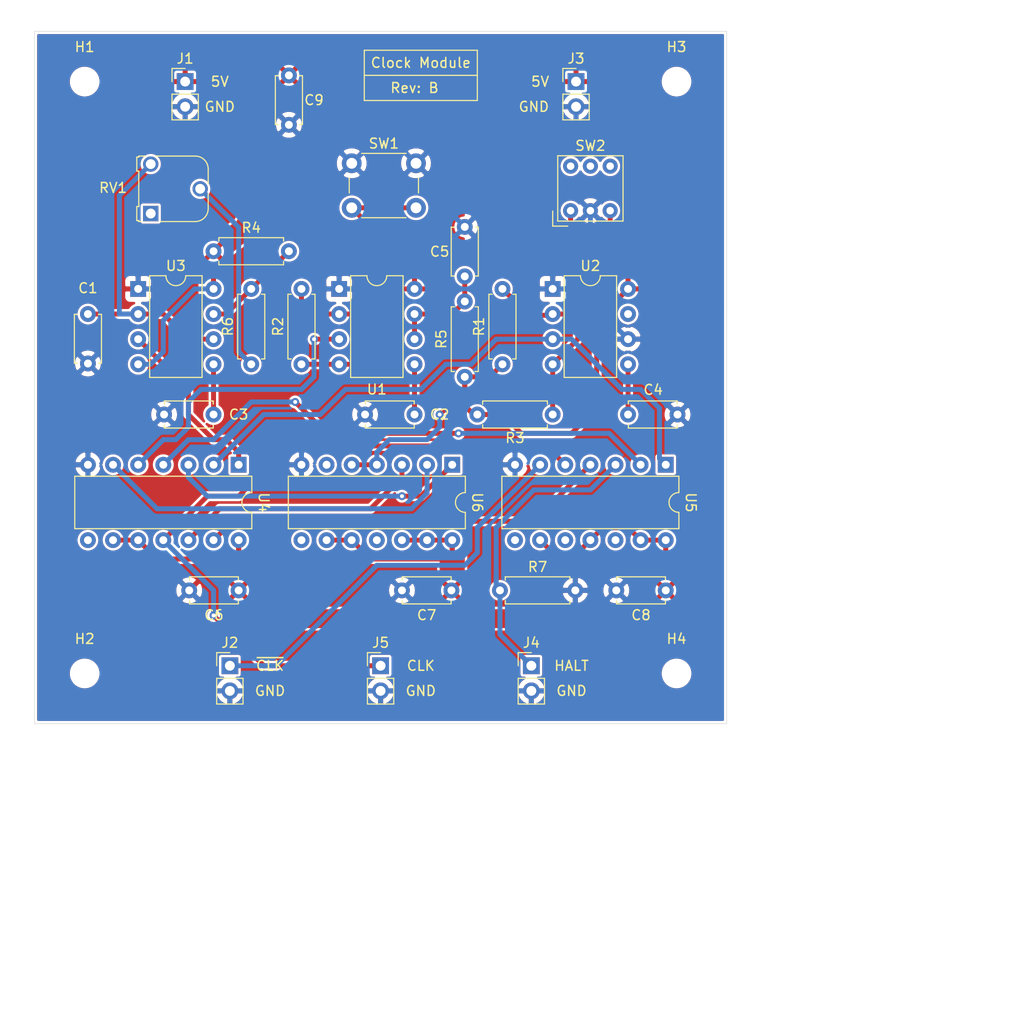
<source format=kicad_pcb>
(kicad_pcb (version 20171130) (host pcbnew 5.1.6)
  (layers (0 F.Cu signal) (31 B.Cu signal) (34 B.Paste user) (35 F.Paste user) (36 B.SilkS user) (37 F.SilkS user) (38 B.Mask user) (39 F.Mask user) (44 Edge.Cuts user))
  (net 0 "")
  (net 1 GND)
  (net 2 /TRIG_1)
  (net 3 /CONT_2)
  (net 4 /CONT_1)
  (net 5 "Net-(C4-Pad1)")
  (net 6 /THRES_2)
  (net 7 +5V)
  (net 8 /HALT)
  (net 9 /TRIG_3)
  (net 10 /TRIG_2)
  (net 11 /RESET_3)
  (net 12 /DISCH_1)
  (net 13 "Net-(R6-Pad1)")
  (net 14 "Net-(RV1-Pad1)")
  (net 15 "Net-(SW2-Pad6)")
  (net 16 "Net-(SW2-Pad5)")
  (net 17 "Net-(SW2-Pad4)")
  (net 18 /OUT_2)
  (net 19 "Net-(U2-Pad7)")
  (net 20 /OUT_3)
  (net 21 /OUT_1)
  (net 22 /~HALT)
  (net 23 /2_AND_~3)
  (net 24 /OR_OUT)
  (net 25 /CLK_OUT)
  (net 26 /~OUT_3)
  (net 27 /1_AND_3)
  (net 28 "Net-(U4-Pad8)")
  (net 29 /~CLK_OUT)
  (net 30 "Net-(U5-Pad12)")
  (net 31 "Net-(U5-Pad10)")
  (net 32 "Net-(U5-Pad8)")
  (net 33 "Net-(U6-Pad6)")
  (net 34 "Net-(U6-Pad11)")
  (net 35 "Net-(U6-Pad8)")
  (module Resistor_THT:R_Axial_DIN0207_L6.3mm_D2.5mm_P7.62mm_Horizontal (layer F.Cu) (at 121.92 73.66 90)
    (fp_text reference R6 (at 3.81 -2.37 90) (layer F.SilkS))
    (fp_text value 1kR)
    (pad 2 thru_hole oval (at 7.62 0 90) (size 1.6 1.6) (drill 0.8) (layers *.Cu *.Mask) (net 12 /DISCH_1))
    (pad 1 thru_hole circle (at 0 0 90) (size 1.6 1.6) (drill 0.8) (layers *.Cu *.Mask) (net 13 "Net-(R6-Pad1)"))
  )
  (module Resistor_THT:R_Axial_DIN0207_L6.3mm_D2.5mm_P7.62mm_Horizontal (layer F.Cu) (at 143.51 74.93 90)
    (fp_text reference R5 (at 3.81 -2.37 90) (layer F.SilkS))
    (fp_text value 1MR)
    (pad 2 thru_hole oval (at 7.62 0 90) (size 1.6 1.6) (drill 0.8) (layers *.Cu *.Mask) (net 6 /THRES_2))
    (pad 1 thru_hole circle (at 0 0 90) (size 1.6 1.6) (drill 0.8) (layers *.Cu *.Mask) (net 7 +5V))
  )
  (module Resistor_THT:R_Axial_DIN0207_L6.3mm_D2.5mm_P7.62mm_Horizontal (layer F.Cu) (at 118.11 62.23)
    (fp_text reference R4 (at 3.81 -2.37) (layer F.SilkS))
    (fp_text value 1kR)
    (pad 2 thru_hole oval (at 7.62 0) (size 1.6 1.6) (drill 0.8) (layers *.Cu *.Mask) (net 12 /DISCH_1))
    (pad 1 thru_hole circle (at 0 0) (size 1.6 1.6) (drill 0.8) (layers *.Cu *.Mask) (net 7 +5V))
  )
  (module Resistor_THT:R_Axial_DIN0207_L6.3mm_D2.5mm_P7.62mm_Horizontal (layer F.Cu) (at 152.4 78.74 180)
    (fp_text reference R3 (at 3.81 -2.37) (layer F.SilkS))
    (fp_text value 1kR)
    (pad 2 thru_hole oval (at 7.62 0 180) (size 1.6 1.6) (drill 0.8) (layers *.Cu *.Mask) (net 7 +5V))
    (pad 1 thru_hole circle (at 0 0 180) (size 1.6 1.6) (drill 0.8) (layers *.Cu *.Mask) (net 11 /RESET_3))
  )
  (module Resistor_THT:R_Axial_DIN0207_L6.3mm_D2.5mm_P7.62mm_Horizontal (layer F.Cu) (at 127 73.66 90)
    (fp_text reference R2 (at 3.81 -2.37 90) (layer F.SilkS))
    (fp_text value 1kR)
    (pad 2 thru_hole oval (at 7.62 0 90) (size 1.6 1.6) (drill 0.8) (layers *.Cu *.Mask) (net 10 /TRIG_2))
    (pad 1 thru_hole circle (at 0 0 90) (size 1.6 1.6) (drill 0.8) (layers *.Cu *.Mask) (net 7 +5V))
  )
  (module Resistor_THT:R_Axial_DIN0207_L6.3mm_D2.5mm_P7.62mm_Horizontal (layer F.Cu) (at 147.32 73.66 90)
    (fp_text reference R1 (at 3.81 -2.37 90) (layer F.SilkS))
    (fp_text value 1kR)
    (pad 2 thru_hole oval (at 7.62 0 90) (size 1.6 1.6) (drill 0.8) (layers *.Cu *.Mask) (net 9 /TRIG_3))
    (pad 1 thru_hole circle (at 0 0 90) (size 1.6 1.6) (drill 0.8) (layers *.Cu *.Mask) (net 7 +5V))
  )
  (module Resistor_THT:R_Axial_DIN0207_L6.3mm_D2.5mm_P7.62mm_Horizontal (layer F.Cu) (at 147.066 96.52)
    (fp_text reference R7 (at 3.81 -2.37) (layer F.SilkS))
    (fp_text value 1kR)
    (pad 2 thru_hole oval (at 7.62 0) (size 1.6 1.6) (drill 0.8) (layers *.Cu *.Mask) (net 1 GND))
    (pad 1 thru_hole circle (at 0 0) (size 1.6 1.6) (drill 0.8) (layers *.Cu *.Mask) (net 8 /HALT))
  )
  (module MountingHole:MountingHole_2.5mm (layer F.Cu) (at 164.92 104.92)
    (fp_text reference H4 (at 0 -3.5) (layer F.SilkS))
    (fp_text value MountingHole)
    (pad 1 np_thru_hole circle (at 0 0) (size 2.5 2.5) (drill 2.5) (layers *.Cu *.Mask))
  )
  (module MountingHole:MountingHole_2.5mm (layer F.Cu) (at 164.92 45.08)
    (fp_text reference H3 (at 0 -3.5) (layer F.SilkS))
    (fp_text value MountingHole)
    (pad 1 np_thru_hole circle (at 0 0) (size 2.5 2.5) (drill 2.5) (layers *.Cu *.Mask))
  )
  (module MountingHole:MountingHole_2.5mm (layer F.Cu) (at 105.08 104.92)
    (fp_text reference H2 (at 0 -3.5) (layer F.SilkS))
    (fp_text value MountingHole)
    (pad 1 np_thru_hole circle (at 0 0) (size 2.5 2.5) (drill 2.5) (layers *.Cu *.Mask))
  )
  (module MountingHole:MountingHole_2.5mm (layer F.Cu) (at 105.08 45.08)
    (fp_text reference H1 (at 0 -3.5) (layer F.SilkS))
    (fp_text value MountingHole)
    (pad 1 np_thru_hole circle (at 0 0) (size 2.5 2.5) (drill 2.5) (layers *.Cu *.Mask))
  )
  (module Package_DIP:DIP-14_W7.62mm (layer F.Cu) (at 142.24 83.82 270)
    (fp_text reference U6 (at 3.81 -2.54 270 unlocked) (layer F.SilkS))
    (fp_text value SN74HC32N)
    (pad 14 thru_hole oval (at 7.62 0 270) (size 1.6 1.6) (drill 0.8) (layers *.Cu *.Mask) (net 7 +5V))
    (pad 7 thru_hole oval (at 0 15.24 270) (size 1.6 1.6) (drill 0.8) (layers *.Cu *.Mask) (net 1 GND))
    (pad 13 thru_hole oval (at 7.62 2.54 270) (size 1.6 1.6) (drill 0.8) (layers *.Cu *.Mask) (net 7 +5V))
    (pad 6 thru_hole oval (at 0 12.7 270) (size 1.6 1.6) (drill 0.8) (layers *.Cu *.Mask) (net 33 "Net-(U6-Pad6)"))
    (pad 12 thru_hole oval (at 7.62 5.08 270) (size 1.6 1.6) (drill 0.8) (layers *.Cu *.Mask) (net 7 +5V))
    (pad 5 thru_hole oval (at 0 10.16 270) (size 1.6 1.6) (drill 0.8) (layers *.Cu *.Mask) (net 7 +5V))
    (pad 11 thru_hole oval (at 7.62 7.62 270) (size 1.6 1.6) (drill 0.8) (layers *.Cu *.Mask) (net 34 "Net-(U6-Pad11)"))
    (pad 4 thru_hole oval (at 0 7.62 270) (size 1.6 1.6) (drill 0.8) (layers *.Cu *.Mask) (net 7 +5V))
    (pad 10 thru_hole oval (at 7.62 10.16 270) (size 1.6 1.6) (drill 0.8) (layers *.Cu *.Mask) (net 7 +5V))
    (pad 3 thru_hole oval (at 0 5.08 270) (size 1.6 1.6) (drill 0.8) (layers *.Cu *.Mask) (net 24 /OR_OUT))
    (pad 9 thru_hole oval (at 7.62 12.7 270) (size 1.6 1.6) (drill 0.8) (layers *.Cu *.Mask) (net 7 +5V))
    (pad 2 thru_hole oval (at 0 2.54 270) (size 1.6 1.6) (drill 0.8) (layers *.Cu *.Mask) (net 23 /2_AND_~3))
    (pad 8 thru_hole oval (at 7.62 15.24 270) (size 1.6 1.6) (drill 0.8) (layers *.Cu *.Mask) (net 35 "Net-(U6-Pad8)"))
    (pad 1 thru_hole rect (at 0 0 270) (size 1.6 1.6) (drill 0.8) (layers *.Cu *.Mask) (net 27 /1_AND_3))
  )
  (module Package_DIP:DIP-14_W7.62mm (layer F.Cu) (at 163.83 83.82 270)
    (fp_text reference U5 (at 3.81 -2.54 270 unlocked) (layer F.SilkS))
    (fp_text value 74HC04N)
    (pad 14 thru_hole oval (at 7.62 0 270) (size 1.6 1.6) (drill 0.8) (layers *.Cu *.Mask) (net 7 +5V))
    (pad 7 thru_hole oval (at 0 15.24 270) (size 1.6 1.6) (drill 0.8) (layers *.Cu *.Mask) (net 1 GND))
    (pad 13 thru_hole oval (at 7.62 2.54 270) (size 1.6 1.6) (drill 0.8) (layers *.Cu *.Mask) (net 7 +5V))
    (pad 6 thru_hole oval (at 0 12.7 270) (size 1.6 1.6) (drill 0.8) (layers *.Cu *.Mask) (net 29 /~CLK_OUT))
    (pad 12 thru_hole oval (at 7.62 5.08 270) (size 1.6 1.6) (drill 0.8) (layers *.Cu *.Mask) (net 30 "Net-(U5-Pad12)"))
    (pad 5 thru_hole oval (at 0 10.16 270) (size 1.6 1.6) (drill 0.8) (layers *.Cu *.Mask) (net 25 /CLK_OUT))
    (pad 11 thru_hole oval (at 7.62 7.62 270) (size 1.6 1.6) (drill 0.8) (layers *.Cu *.Mask) (net 7 +5V))
    (pad 4 thru_hole oval (at 0 7.62 270) (size 1.6 1.6) (drill 0.8) (layers *.Cu *.Mask) (net 22 /~HALT))
    (pad 10 thru_hole oval (at 7.62 10.16 270) (size 1.6 1.6) (drill 0.8) (layers *.Cu *.Mask) (net 31 "Net-(U5-Pad10)"))
    (pad 3 thru_hole oval (at 0 5.08 270) (size 1.6 1.6) (drill 0.8) (layers *.Cu *.Mask) (net 8 /HALT))
    (pad 9 thru_hole oval (at 7.62 12.7 270) (size 1.6 1.6) (drill 0.8) (layers *.Cu *.Mask) (net 7 +5V))
    (pad 2 thru_hole oval (at 0 2.54 270) (size 1.6 1.6) (drill 0.8) (layers *.Cu *.Mask) (net 26 /~OUT_3))
    (pad 8 thru_hole oval (at 7.62 15.24 270) (size 1.6 1.6) (drill 0.8) (layers *.Cu *.Mask) (net 32 "Net-(U5-Pad8)"))
    (pad 1 thru_hole rect (at 0 0 270) (size 1.6 1.6) (drill 0.8) (layers *.Cu *.Mask) (net 20 /OUT_3))
  )
  (module Package_DIP:DIP-14_W7.62mm (layer F.Cu) (at 120.65 83.82 270)
    (fp_text reference U4 (at 3.81 -2.54 270 unlocked) (layer F.SilkS))
    (fp_text value SN74HC08N)
    (pad 14 thru_hole oval (at 7.62 0 270) (size 1.6 1.6) (drill 0.8) (layers *.Cu *.Mask) (net 7 +5V))
    (pad 7 thru_hole oval (at 0 15.24 270) (size 1.6 1.6) (drill 0.8) (layers *.Cu *.Mask) (net 1 GND))
    (pad 13 thru_hole oval (at 7.62 2.54 270) (size 1.6 1.6) (drill 0.8) (layers *.Cu *.Mask) (net 22 /~HALT))
    (pad 6 thru_hole oval (at 0 12.7 270) (size 1.6 1.6) (drill 0.8) (layers *.Cu *.Mask) (net 23 /2_AND_~3))
    (pad 12 thru_hole oval (at 7.62 5.08 270) (size 1.6 1.6) (drill 0.8) (layers *.Cu *.Mask) (net 24 /OR_OUT))
    (pad 5 thru_hole oval (at 0 10.16 270) (size 1.6 1.6) (drill 0.8) (layers *.Cu *.Mask) (net 18 /OUT_2))
    (pad 11 thru_hole oval (at 7.62 7.62 270) (size 1.6 1.6) (drill 0.8) (layers *.Cu *.Mask) (net 25 /CLK_OUT))
    (pad 4 thru_hole oval (at 0 7.62 270) (size 1.6 1.6) (drill 0.8) (layers *.Cu *.Mask) (net 26 /~OUT_3))
    (pad 10 thru_hole oval (at 7.62 10.16 270) (size 1.6 1.6) (drill 0.8) (layers *.Cu *.Mask) (net 7 +5V))
    (pad 3 thru_hole oval (at 0 5.08 270) (size 1.6 1.6) (drill 0.8) (layers *.Cu *.Mask) (net 27 /1_AND_3))
    (pad 9 thru_hole oval (at 7.62 12.7 270) (size 1.6 1.6) (drill 0.8) (layers *.Cu *.Mask) (net 7 +5V))
    (pad 2 thru_hole oval (at 0 2.54 270) (size 1.6 1.6) (drill 0.8) (layers *.Cu *.Mask) (net 20 /OUT_3))
    (pad 8 thru_hole oval (at 7.62 15.24 270) (size 1.6 1.6) (drill 0.8) (layers *.Cu *.Mask) (net 28 "Net-(U4-Pad8)"))
    (pad 1 thru_hole rect (at 0 0 270) (size 1.6 1.6) (drill 0.8) (layers *.Cu *.Mask) (net 21 /OUT_1))
  )
  (module Package_DIP:DIP-8_W7.62mm (layer F.Cu) (at 110.49 66.04)
    (fp_text reference U3 (at 3.81 -2.33) (layer F.SilkS))
    (fp_text value NE555)
    (pad 8 thru_hole oval (at 7.62 0) (size 1.6 1.6) (drill 0.8) (layers *.Cu *.Mask) (net 7 +5V))
    (pad 4 thru_hole oval (at 0 7.62) (size 1.6 1.6) (drill 0.8) (layers *.Cu *.Mask) (net 7 +5V))
    (pad 7 thru_hole oval (at 7.62 2.54) (size 1.6 1.6) (drill 0.8) (layers *.Cu *.Mask) (net 12 /DISCH_1))
    (pad 3 thru_hole oval (at 0 5.08) (size 1.6 1.6) (drill 0.8) (layers *.Cu *.Mask) (net 21 /OUT_1))
    (pad 6 thru_hole oval (at 7.62 5.08) (size 1.6 1.6) (drill 0.8) (layers *.Cu *.Mask) (net 2 /TRIG_1))
    (pad 2 thru_hole oval (at 0 2.54) (size 1.6 1.6) (drill 0.8) (layers *.Cu *.Mask) (net 2 /TRIG_1))
    (pad 5 thru_hole oval (at 7.62 7.62) (size 1.6 1.6) (drill 0.8) (layers *.Cu *.Mask) (net 4 /CONT_1))
    (pad 1 thru_hole rect (at 0 0) (size 1.6 1.6) (drill 0.8) (layers *.Cu *.Mask) (net 1 GND))
  )
  (module Package_DIP:DIP-8_W7.62mm (layer F.Cu) (at 152.4 66.04)
    (fp_text reference U2 (at 3.81 -2.33) (layer F.SilkS))
    (fp_text value NE555)
    (pad 8 thru_hole oval (at 7.62 0) (size 1.6 1.6) (drill 0.8) (layers *.Cu *.Mask) (net 7 +5V))
    (pad 4 thru_hole oval (at 0 7.62) (size 1.6 1.6) (drill 0.8) (layers *.Cu *.Mask) (net 11 /RESET_3))
    (pad 7 thru_hole oval (at 7.62 2.54) (size 1.6 1.6) (drill 0.8) (layers *.Cu *.Mask) (net 19 "Net-(U2-Pad7)"))
    (pad 3 thru_hole oval (at 0 5.08) (size 1.6 1.6) (drill 0.8) (layers *.Cu *.Mask) (net 20 /OUT_3))
    (pad 6 thru_hole oval (at 7.62 5.08) (size 1.6 1.6) (drill 0.8) (layers *.Cu *.Mask) (net 1 GND))
    (pad 2 thru_hole oval (at 0 2.54) (size 1.6 1.6) (drill 0.8) (layers *.Cu *.Mask) (net 9 /TRIG_3))
    (pad 5 thru_hole oval (at 7.62 7.62) (size 1.6 1.6) (drill 0.8) (layers *.Cu *.Mask) (net 5 "Net-(C4-Pad1)"))
    (pad 1 thru_hole rect (at 0 0) (size 1.6 1.6) (drill 0.8) (layers *.Cu *.Mask) (net 1 GND))
  )
  (module Package_DIP:DIP-8_W7.62mm (layer F.Cu) (at 130.81 66.04)
    (fp_text reference U1 (at 3.81 10.16) (layer F.SilkS))
    (fp_text value NE555)
    (pad 8 thru_hole oval (at 7.62 0) (size 1.6 1.6) (drill 0.8) (layers *.Cu *.Mask) (net 7 +5V))
    (pad 4 thru_hole oval (at 0 7.62) (size 1.6 1.6) (drill 0.8) (layers *.Cu *.Mask) (net 7 +5V))
    (pad 7 thru_hole oval (at 7.62 2.54) (size 1.6 1.6) (drill 0.8) (layers *.Cu *.Mask) (net 6 /THRES_2))
    (pad 3 thru_hole oval (at 0 5.08) (size 1.6 1.6) (drill 0.8) (layers *.Cu *.Mask) (net 18 /OUT_2))
    (pad 6 thru_hole oval (at 7.62 5.08) (size 1.6 1.6) (drill 0.8) (layers *.Cu *.Mask) (net 6 /THRES_2))
    (pad 2 thru_hole oval (at 0 2.54) (size 1.6 1.6) (drill 0.8) (layers *.Cu *.Mask) (net 10 /TRIG_2))
    (pad 5 thru_hole oval (at 7.62 7.62) (size 1.6 1.6) (drill 0.8) (layers *.Cu *.Mask) (net 3 /CONT_2))
    (pad 1 thru_hole rect (at 0 0) (size 1.6 1.6) (drill 0.8) (layers *.Cu *.Mask) (net 1 GND))
  )
  (module chinesium:DPDT-Latching-PB12E06371 (layer F.Cu) (at 156.21 55.88)
    (fp_text reference SW2 (at 0 -4.318) (layer F.SilkS))
    (fp_text value SW_Push_DPDT)
    (pad 6 thru_hole circle (at 2 -2.25) (size 1.524 1.524) (drill 0.762) (layers *.Cu *.Mask) (net 15 "Net-(SW2-Pad6)"))
    (pad 5 thru_hole circle (at 0 -2.25) (size 1.524 1.524) (drill 0.762) (layers *.Cu *.Mask) (net 16 "Net-(SW2-Pad5)"))
    (pad 4 thru_hole circle (at -2 -2.25) (size 1.524 1.524) (drill 0.762) (layers *.Cu *.Mask) (net 17 "Net-(SW2-Pad4)"))
    (pad 3 thru_hole circle (at 2 2.25) (size 1.524 1.524) (drill 0.762) (layers *.Cu *.Mask) (net 11 /RESET_3))
    (pad 2 thru_hole circle (at 0 2.25) (size 1.524 1.524) (drill 0.762) (layers *.Cu *.Mask) (net 1 GND))
    (pad 1 thru_hole circle (at -2 2.25) (size 1.524 1.524) (drill 0.762) (layers *.Cu *.Mask) (net 9 /TRIG_3))
  )
  (module Button_Switch_THT:SW_PUSH_6mm_H5mm (layer F.Cu) (at 132.08 53.34)
    (fp_text reference SW1 (at 3.25 -2) (layer F.SilkS))
    (fp_text value SW_Push)
    (pad 1 thru_hole circle (at 6.5 0 90) (size 2 2) (drill 1.1) (layers *.Cu *.Mask) (net 1 GND))
    (pad 2 thru_hole circle (at 6.5 4.5 90) (size 2 2) (drill 1.1) (layers *.Cu *.Mask) (net 10 /TRIG_2))
    (pad 1 thru_hole circle (at 0 0 90) (size 2 2) (drill 1.1) (layers *.Cu *.Mask) (net 1 GND))
    (pad 2 thru_hole circle (at 0 4.5 90) (size 2 2) (drill 1.1) (layers *.Cu *.Mask) (net 10 /TRIG_2))
  )
  (module Potentiometer_THT:Potentiometer_Runtron_RM-065_Vertical (layer F.Cu) (at 111.76 58.42 90)
    (fp_text reference RV1 (at 2.6 -3.81 180) (layer F.SilkS))
    (fp_text value 1M_POT)
    (pad 2 thru_hole circle (at 2.5 5 90) (size 1.55 1.55) (drill 1) (layers *.Cu *.Mask) (net 13 "Net-(R6-Pad1)"))
    (pad 1 thru_hole rect (at 0 0 90) (size 1.55 1.55) (drill 1) (layers *.Cu *.Mask) (net 14 "Net-(RV1-Pad1)"))
    (pad 3 thru_hole circle (at 5 0 90) (size 1.55 1.55) (drill 1) (layers *.Cu *.Mask) (net 2 /TRIG_1))
  )
  (module Connector_PinHeader_2.54mm:PinHeader_1x02_P2.54mm_Vertical (layer F.Cu) (at 135 104.14)
    (fp_text reference J5 (at 0 -2.33) (layer F.SilkS))
    (fp_text value Conn_01x02)
    (pad 2 thru_hole oval (at 0 2.54) (size 1.7 1.7) (drill 1) (layers *.Cu *.Mask) (net 1 GND))
    (pad 1 thru_hole rect (at 0 0) (size 1.7 1.7) (drill 1) (layers *.Cu *.Mask) (net 25 /CLK_OUT))
  )
  (module Connector_PinHeader_2.54mm:PinHeader_1x02_P2.54mm_Vertical (layer F.Cu) (at 150.24 104.14)
    (fp_text reference J4 (at 0 -2.33) (layer F.SilkS))
    (fp_text value Conn_01x02)
    (pad 2 thru_hole oval (at 0 2.54) (size 1.7 1.7) (drill 1) (layers *.Cu *.Mask) (net 1 GND))
    (pad 1 thru_hole rect (at 0 0) (size 1.7 1.7) (drill 1) (layers *.Cu *.Mask) (net 8 /HALT))
  )
  (module Connector_PinHeader_2.54mm:PinHeader_1x02_P2.54mm_Vertical (layer F.Cu) (at 154.76 45.08)
    (fp_text reference J3 (at 0 -2.33) (layer F.SilkS))
    (fp_text value Conn_01x02)
    (pad 2 thru_hole oval (at 0 2.54) (size 1.7 1.7) (drill 1) (layers *.Cu *.Mask) (net 1 GND))
    (pad 1 thru_hole rect (at 0 0) (size 1.7 1.7) (drill 1) (layers *.Cu *.Mask) (net 7 +5V))
  )
  (module Connector_PinHeader_2.54mm:PinHeader_1x02_P2.54mm_Vertical (layer F.Cu) (at 119.76 104.14)
    (fp_text reference J2 (at 0 -2.33) (layer F.SilkS))
    (fp_text value Conn_01x02)
    (pad 2 thru_hole oval (at 0 2.54) (size 1.7 1.7) (drill 1) (layers *.Cu *.Mask) (net 1 GND))
    (pad 1 thru_hole rect (at 0 0) (size 1.7 1.7) (drill 1) (layers *.Cu *.Mask) (net 29 /~CLK_OUT))
  )
  (module Connector_PinHeader_2.54mm:PinHeader_1x02_P2.54mm_Vertical (layer F.Cu) (at 115.24 45.08)
    (fp_text reference J1 (at 0 -2.33) (layer F.SilkS))
    (fp_text value Conn_01x02)
    (pad 2 thru_hole oval (at 0 2.54) (size 1.7 1.7) (drill 1) (layers *.Cu *.Mask) (net 1 GND))
    (pad 1 thru_hole rect (at 0 0) (size 1.7 1.7) (drill 1) (layers *.Cu *.Mask) (net 7 +5V))
  )
  (module Capacitor_THT:C_Disc_D4.7mm_W2.5mm_P5.00mm (layer F.Cu) (at 125.73 44.45 270)
    (fp_text reference C9 (at 2.5 -2.54 180) (layer F.SilkS))
    (fp_text value 1uF)
    (pad 2 thru_hole circle (at 5 0 270) (size 1.6 1.6) (drill 0.8) (layers *.Cu *.Mask) (net 1 GND))
    (pad 1 thru_hole circle (at 0 0 270) (size 1.6 1.6) (drill 0.8) (layers *.Cu *.Mask) (net 7 +5V))
  )
  (module Capacitor_THT:C_Disc_D4.7mm_W2.5mm_P5.00mm (layer F.Cu) (at 163.83 96.52 180)
    (fp_text reference C8 (at 2.5 -2.5) (layer F.SilkS))
    (fp_text value 0.1uF)
    (pad 2 thru_hole circle (at 5 0 180) (size 1.6 1.6) (drill 0.8) (layers *.Cu *.Mask) (net 1 GND))
    (pad 1 thru_hole circle (at 0 0 180) (size 1.6 1.6) (drill 0.8) (layers *.Cu *.Mask) (net 7 +5V))
  )
  (module Capacitor_THT:C_Disc_D4.7mm_W2.5mm_P5.00mm (layer F.Cu) (at 142.16 96.52 180)
    (fp_text reference C7 (at 2.5 -2.5) (layer F.SilkS))
    (fp_text value 0.1uF)
    (pad 2 thru_hole circle (at 5 0 180) (size 1.6 1.6) (drill 0.8) (layers *.Cu *.Mask) (net 1 GND))
    (pad 1 thru_hole circle (at 0 0 180) (size 1.6 1.6) (drill 0.8) (layers *.Cu *.Mask) (net 7 +5V))
  )
  (module Capacitor_THT:C_Disc_D4.7mm_W2.5mm_P5.00mm (layer F.Cu) (at 120.65 96.52 180)
    (fp_text reference C6 (at 2.5 -2.5) (layer F.SilkS))
    (fp_text value 0.1uF)
    (pad 2 thru_hole circle (at 5 0 180) (size 1.6 1.6) (drill 0.8) (layers *.Cu *.Mask) (net 1 GND))
    (pad 1 thru_hole circle (at 0 0 180) (size 1.6 1.6) (drill 0.8) (layers *.Cu *.Mask) (net 7 +5V))
  )
  (module Capacitor_THT:C_Disc_D4.7mm_W2.5mm_P5.00mm (layer F.Cu) (at 143.51 64.77 90)
    (fp_text reference C5 (at 2.5 -2.54 180) (layer F.SilkS))
    (fp_text value 0.1uF)
    (pad 2 thru_hole circle (at 5 0 90) (size 1.6 1.6) (drill 0.8) (layers *.Cu *.Mask) (net 1 GND))
    (pad 1 thru_hole circle (at 0 0 90) (size 1.6 1.6) (drill 0.8) (layers *.Cu *.Mask) (net 6 /THRES_2))
  )
  (module Capacitor_THT:C_Disc_D4.7mm_W2.5mm_P5.00mm (layer F.Cu) (at 160.02 78.74)
    (fp_text reference C4 (at 2.54 -2.5) (layer F.SilkS))
    (fp_text value 10nF)
    (pad 2 thru_hole circle (at 5 0) (size 1.6 1.6) (drill 0.8) (layers *.Cu *.Mask) (net 1 GND))
    (pad 1 thru_hole circle (at 0 0) (size 1.6 1.6) (drill 0.8) (layers *.Cu *.Mask) (net 5 "Net-(C4-Pad1)"))
  )
  (module Capacitor_THT:C_Disc_D4.7mm_W2.5mm_P5.00mm (layer F.Cu) (at 118.11 78.74 180)
    (fp_text reference C3 (at -2.54 0) (layer F.SilkS))
    (fp_text value 10nF)
    (pad 2 thru_hole circle (at 5 0 180) (size 1.6 1.6) (drill 0.8) (layers *.Cu *.Mask) (net 1 GND))
    (pad 1 thru_hole circle (at 0 0 180) (size 1.6 1.6) (drill 0.8) (layers *.Cu *.Mask) (net 4 /CONT_1))
  )
  (module Capacitor_THT:C_Disc_D4.7mm_W2.5mm_P5.00mm (layer F.Cu) (at 138.43 78.74 180)
    (fp_text reference C2 (at -2.54 0 180) (layer F.SilkS))
    (fp_text value 10nF)
    (pad 2 thru_hole circle (at 5 0 180) (size 1.6 1.6) (drill 0.8) (layers *.Cu *.Mask) (net 1 GND))
    (pad 1 thru_hole circle (at 0 0 180) (size 1.6 1.6) (drill 0.8) (layers *.Cu *.Mask) (net 3 /CONT_2))
  )
  (module Capacitor_THT:C_Disc_D4.7mm_W2.5mm_P5.00mm (layer F.Cu) (at 105.41 68.58 270)
    (fp_text reference C1 (at -2.62 0 180) (layer F.SilkS))
    (fp_text value 1uF)
    (pad 2 thru_hole circle (at 5 0 270) (size 1.6 1.6) (drill 0.8) (layers *.Cu *.Mask) (net 1 GND))
    (pad 1 thru_hole circle (at 0 0 270) (size 1.6 1.6) (drill 0.8) (layers *.Cu *.Mask) (net 2 /TRIG_1))
  )
  (gr_line (start 133.35 44.45) (end 144.78 44.45) (layer F.SilkS) (width 0.12))
  (gr_line (start 144.78 41.91) (end 133.35 41.91) (layer F.SilkS) (width 0.12))
  (gr_line (start 144.78 46.99) (end 144.78 41.91) (layer F.SilkS) (width 0.12))
  (gr_line (start 133.35 46.99) (end 144.78 46.99) (layer F.SilkS) (width 0.12))
  (gr_line (start 133.35 41.91) (end 133.35 46.99) (layer F.SilkS) (width 0.12))
  (gr_text "Rev: B" (at 138.43 45.72) (layer F.SilkS) (effects (font (size 1 1))))
  (gr_text "Clock Module" (at 139.065 43.18) (layer F.SilkS) (effects (font (size 1 1))))
  (gr_text GND (at 154.305 106.68) (layer F.SilkS) (effects (font (size 1 1))))
  (gr_text HALT (at 154.305 104.14) (layer F.SilkS) (effects (font (size 1 1))))
  (gr_text GND (at 139.065 106.68) (layer F.SilkS) (effects (font (size 1 1))))
  (gr_text CLK (at 139.065 104.14) (layer F.SilkS) (effects (font (size 1 1))))
  (gr_text GND (at 123.825 106.68) (layer F.SilkS) (effects (font (size 1 1))))
  (gr_text ~CLK (at 123.825 104.14) (layer F.SilkS) (effects (font (size 1 1))))
  (gr_text GND (at 150.495 47.625) (layer F.SilkS) (effects (font (size 1 1))))
  (gr_text 5V (at 151.13 45.085) (layer F.SilkS) (effects (font (size 1 1))))
  (gr_text GND (at 118.745 47.625) (layer F.SilkS) (effects (font (size 1 1))))
  (gr_text 5V (at 118.745 45.085) (layer F.SilkS) (effects (font (size 1 1))))
  (gr_line (start 170 110) (end 170 40) (layer Edge.Cuts) (width 0.05))
  (gr_line (start 100 110) (end 170 110) (layer Edge.Cuts) (width 0.05))
  (gr_line (start 100 40) (end 170 40) (layer Edge.Cuts) (width 0.05))
  (gr_line (start 100 40) (end 100 110) (layer Edge.Cuts) (width 0.05))
  (segment (start 156.21 67.31) (end 160.02 71.12) (width 0.5) (layer B.Cu) (net 1))
  (segment (start 156.21 58.13) (end 156.21 67.31) (width 0.5) (layer B.Cu) (net 1))
  (segment (start 110.49 68.58) (end 105.41 68.58) (width 0.5) (layer F.Cu) (net 2))
  (segment (start 110.49 68.58) (end 113.03 68.58) (width 0.5) (layer F.Cu) (net 2))
  (segment (start 115.57 71.12) (end 118.11 71.12) (width 0.5) (layer F.Cu) (net 2))
  (segment (start 113.03 68.58) (end 115.57 71.12) (width 0.5) (layer F.Cu) (net 2))
  (segment (start 108.585 56.595) (end 111.76 53.42) (width 0.5) (layer B.Cu) (net 2))
  (segment (start 108.585 68.58) (end 108.585 56.595) (width 0.5) (layer B.Cu) (net 2))
  (segment (start 110.49 68.58) (end 108.585 68.58) (width 0.5) (layer B.Cu) (net 2))
  (segment (start 138.43 78.74) (end 138.43 73.66) (width 0.5) (layer F.Cu) (net 3))
  (segment (start 118.11 73.66) (end 118.11 78.74) (width 0.5) (layer F.Cu) (net 4))
  (segment (start 160.02 73.66) (end 160.02 78.74) (width 0.5) (layer F.Cu) (net 5))
  (segment (start 138.43 68.58) (end 138.43 71.12) (width 0.5) (layer F.Cu) (net 6))
  (segment (start 143.51 64.77) (end 143.51 67.31) (width 0.5) (layer F.Cu) (net 6))
  (segment (start 143.51 67.31) (end 142.24 68.58) (width 0.5) (layer F.Cu) (net 6))
  (segment (start 142.24 68.58) (end 138.43 68.58) (width 0.5) (layer F.Cu) (net 6))
  (segment (start 130.81 73.66) (end 133.35 73.66) (width 0.5) (layer F.Cu) (net 7))
  (segment (start 133.35 73.66) (end 134.62 72.39) (width 0.5) (layer F.Cu) (net 7))
  (segment (start 134.62 72.39) (end 134.62 67.945) (width 0.5) (layer F.Cu) (net 7))
  (segment (start 136.525 66.04) (end 138.43 66.04) (width 0.5) (layer F.Cu) (net 7))
  (segment (start 134.62 67.945) (end 136.525 66.04) (width 0.5) (layer F.Cu) (net 7))
  (segment (start 110.49 73.66) (end 111.76 73.66) (width 0.5) (layer B.Cu) (net 7))
  (segment (start 111.76 73.66) (end 113.03 72.39) (width 0.5) (layer B.Cu) (net 7))
  (segment (start 113.03 72.39) (end 113.03 69.215) (width 0.5) (layer B.Cu) (net 7))
  (segment (start 116.205 66.04) (end 118.11 66.04) (width 0.5) (layer B.Cu) (net 7))
  (segment (start 113.03 69.215) (end 116.205 66.04) (width 0.5) (layer B.Cu) (net 7))
  (segment (start 142.24 91.44) (end 139.7 91.44) (width 0.5) (layer F.Cu) (net 7))
  (segment (start 139.7 91.44) (end 137.16 91.44) (width 0.5) (layer F.Cu) (net 7))
  (segment (start 129.54 91.44) (end 132.08 91.44) (width 0.5) (layer F.Cu) (net 7))
  (segment (start 107.95 91.44) (end 110.49 91.44) (width 0.5) (layer F.Cu) (net 7))
  (segment (start 110.49 91.44) (end 112.395 93.345) (width 0.5) (layer F.Cu) (net 7))
  (segment (start 112.395 93.345) (end 120.015 93.345) (width 0.5) (layer F.Cu) (net 7))
  (segment (start 120.015 93.345) (end 120.65 92.71) (width 0.5) (layer F.Cu) (net 7))
  (segment (start 120.65 92.71) (end 120.65 91.44) (width 0.5) (layer F.Cu) (net 7))
  (segment (start 132.08 91.44) (end 133.985 93.345) (width 0.5) (layer F.Cu) (net 7))
  (segment (start 133.985 93.345) (end 141.605 93.345) (width 0.5) (layer F.Cu) (net 7))
  (segment (start 142.24 92.71) (end 142.24 91.44) (width 0.5) (layer F.Cu) (net 7))
  (segment (start 141.605 93.345) (end 142.24 92.71) (width 0.5) (layer F.Cu) (net 7))
  (segment (start 132.08 83.82) (end 134.62 83.82) (width 0.5) (layer F.Cu) (net 7))
  (segment (start 156.845 69.215) (end 160.02 66.04) (width 0.5) (layer F.Cu) (net 7))
  (segment (start 154.305 80.645) (end 156.845 78.105) (width 0.5) (layer F.Cu) (net 7))
  (segment (start 156.845 78.105) (end 156.845 69.215) (width 0.5) (layer F.Cu) (net 7))
  (segment (start 149.225 80.645) (end 154.305 80.645) (width 0.5) (layer F.Cu) (net 7))
  (segment (start 147.32 78.74) (end 149.225 80.645) (width 0.5) (layer F.Cu) (net 7))
  (segment (start 151.13 91.44) (end 153.035 93.345) (width 0.5) (layer F.Cu) (net 7))
  (segment (start 154.305 93.345) (end 156.21 91.44) (width 0.5) (layer F.Cu) (net 7))
  (segment (start 153.035 93.345) (end 154.305 93.345) (width 0.5) (layer F.Cu) (net 7))
  (segment (start 161.29 91.44) (end 163.83 91.44) (width 0.5) (layer F.Cu) (net 7))
  (segment (start 160.039999 90.189999) (end 161.29 91.44) (width 0.5) (layer F.Cu) (net 7))
  (segment (start 157.460001 90.189999) (end 160.039999 90.189999) (width 0.5) (layer F.Cu) (net 7))
  (segment (start 156.21 91.44) (end 157.460001 90.189999) (width 0.5) (layer F.Cu) (net 7))
  (segment (start 147.32 78.74) (end 144.78 78.74) (width 0.5) (layer F.Cu) (net 7))
  (segment (start 144.399 78.74) (end 144.78 78.74) (width 0.5) (layer F.Cu) (net 7))
  (segment (start 143.51 77.851) (end 144.399 78.74) (width 0.5) (layer F.Cu) (net 7))
  (segment (start 143.51 74.93) (end 143.51 77.851) (width 0.5) (layer F.Cu) (net 7))
  (segment (start 146.05 74.93) (end 147.32 73.66) (width 0.5) (layer F.Cu) (net 7))
  (segment (start 143.51 74.93) (end 146.05 74.93) (width 0.5) (layer F.Cu) (net 7))
  (segment (start 130.81 73.66) (end 127 73.66) (width 0.5) (layer F.Cu) (net 7))
  (via (at 140.97 78.74) (size 0.8) (drill 0.4) (layers F.Cu B.Cu) (net 7))
  (segment (start 143.51 76.2) (end 140.97 78.74) (width 0.5) (layer F.Cu) (net 7))
  (segment (start 143.51 74.93) (end 143.51 76.2) (width 0.5) (layer F.Cu) (net 7))
  (segment (start 140.97 78.74) (end 140.97 80.01) (width 0.5) (layer B.Cu) (net 7))
  (segment (start 140.97 80.01) (end 139.7 81.28) (width 0.5) (layer B.Cu) (net 7))
  (segment (start 139.7 81.28) (end 135.89 81.28) (width 0.5) (layer B.Cu) (net 7))
  (segment (start 135.89 81.28) (end 134.62 82.55) (width 0.5) (layer B.Cu) (net 7))
  (segment (start 134.62 82.55) (end 134.62 83.82) (width 0.5) (layer B.Cu) (net 7))
  (segment (start 150.495 86.36) (end 156.21 86.36) (width 0.5) (layer B.Cu) (net 8))
  (segment (start 156.21 86.36) (end 158.75 83.82) (width 0.5) (layer B.Cu) (net 8))
  (segment (start 146.685 90.17) (end 150.495 86.36) (width 0.5) (layer B.Cu) (net 8))
  (segment (start 146.685 96.139) (end 147.066 96.52) (width 0.5) (layer B.Cu) (net 8))
  (segment (start 146.685 94.996) (end 146.685 96.139) (width 0.5) (layer B.Cu) (net 8))
  (segment (start 146.685 95.885) (end 146.685 94.996) (width 0.5) (layer B.Cu) (net 8))
  (segment (start 146.685 94.996) (end 146.685 90.17) (width 0.5) (layer B.Cu) (net 8))
  (segment (start 147.066 100.966) (end 150.24 104.14) (width 0.5) (layer B.Cu) (net 8))
  (segment (start 147.066 96.52) (end 147.066 100.966) (width 0.5) (layer B.Cu) (net 8))
  (segment (start 152.4 68.58) (end 153.67 68.58) (width 0.5) (layer F.Cu) (net 9))
  (segment (start 154.21 68.04) (end 154.21 58.13) (width 0.5) (layer F.Cu) (net 9))
  (segment (start 153.67 68.58) (end 154.21 68.04) (width 0.5) (layer F.Cu) (net 9))
  (segment (start 147.32 66.04) (end 149.987 68.707) (width 0.5) (layer F.Cu) (net 9))
  (segment (start 152.273 68.707) (end 152.4 68.58) (width 0.5) (layer F.Cu) (net 9))
  (segment (start 149.987 68.707) (end 152.273 68.707) (width 0.5) (layer F.Cu) (net 9))
  (segment (start 130.81 68.58) (end 132.08 68.58) (width 0.5) (layer F.Cu) (net 10))
  (segment (start 132.08 68.58) (end 133.35 67.31) (width 0.5) (layer F.Cu) (net 10))
  (segment (start 133.35 59.11) (end 132.08 57.84) (width 0.5) (layer F.Cu) (net 10))
  (segment (start 133.35 67.31) (end 133.35 59.11) (width 0.5) (layer F.Cu) (net 10))
  (segment (start 132.08 57.84) (end 138.58 57.84) (width 0.5) (layer F.Cu) (net 10))
  (segment (start 127 66.04) (end 127 67.31) (width 0.5) (layer F.Cu) (net 10))
  (segment (start 128.27 68.58) (end 130.81 68.58) (width 0.5) (layer F.Cu) (net 10))
  (segment (start 127 67.31) (end 128.27 68.58) (width 0.5) (layer F.Cu) (net 10))
  (segment (start 154.94 69.215) (end 154.94 71.12) (width 0.5) (layer F.Cu) (net 11))
  (segment (start 154.94 71.12) (end 152.4 73.66) (width 0.5) (layer F.Cu) (net 11))
  (segment (start 158.21 65.945) (end 154.94 69.215) (width 0.5) (layer F.Cu) (net 11))
  (segment (start 158.21 58.13) (end 158.21 65.945) (width 0.5) (layer F.Cu) (net 11))
  (segment (start 152.4 78.74) (end 152.4 73.66) (width 0.5) (layer F.Cu) (net 11))
  (segment (start 119.38 68.58) (end 121.92 66.04) (width 0.5) (layer F.Cu) (net 12))
  (segment (start 118.11 68.58) (end 119.38 68.58) (width 0.5) (layer F.Cu) (net 12))
  (segment (start 121.92 66.04) (end 125.73 62.23) (width 0.5) (layer F.Cu) (net 12))
  (segment (start 116.76 55.92) (end 120.65 59.81) (width 0.5) (layer B.Cu) (net 13))
  (segment (start 120.65 59.81) (end 120.65 72.39) (width 0.5) (layer B.Cu) (net 13))
  (segment (start 120.65 72.39) (end 121.92 73.66) (width 0.5) (layer B.Cu) (net 13))
  (via (at 128.27 71.12) (size 0.8) (drill 0.4) (layers F.Cu B.Cu) (net 18))
  (segment (start 130.81 71.12) (end 128.27 71.12) (width 0.5) (layer F.Cu) (net 18))
  (segment (start 128.27 71.12) (end 128.27 74.93) (width 0.5) (layer B.Cu) (net 18))
  (segment (start 110.49 83.82) (end 113.03 81.28) (width 0.5) (layer B.Cu) (net 18))
  (segment (start 113.03 81.28) (end 114.3 81.28) (width 0.5) (layer B.Cu) (net 18))
  (segment (start 114.3 81.28) (end 115.57 80.01) (width 0.5) (layer B.Cu) (net 18))
  (segment (start 115.57 80.01) (end 115.57 77.47) (width 0.5) (layer B.Cu) (net 18))
  (segment (start 115.57 77.47) (end 116.84 76.2) (width 0.5) (layer B.Cu) (net 18))
  (segment (start 127 76.2) (end 128.27 74.93) (width 0.5) (layer B.Cu) (net 18))
  (segment (start 116.84 76.2) (end 127 76.2) (width 0.5) (layer B.Cu) (net 18))
  (segment (start 163.195 78.105) (end 163.195 83.185) (width 0.5) (layer B.Cu) (net 20))
  (segment (start 161.29 76.2) (end 163.195 78.105) (width 0.5) (layer B.Cu) (net 20))
  (segment (start 159.385 76.2) (end 161.29 76.2) (width 0.5) (layer B.Cu) (net 20))
  (segment (start 163.195 83.185) (end 163.83 83.82) (width 0.5) (layer B.Cu) (net 20))
  (segment (start 154.305 71.12) (end 159.385 76.2) (width 0.5) (layer B.Cu) (net 20))
  (segment (start 152.4 71.12) (end 154.305 71.12) (width 0.5) (layer B.Cu) (net 20))
  (segment (start 144.145 73.66) (end 146.685 71.12) (width 0.5) (layer B.Cu) (net 20))
  (segment (start 139.065 76.2) (end 141.605 73.66) (width 0.5) (layer B.Cu) (net 20))
  (segment (start 131.445 76.2) (end 139.065 76.2) (width 0.5) (layer B.Cu) (net 20))
  (segment (start 146.685 71.12) (end 152.4 71.12) (width 0.5) (layer B.Cu) (net 20))
  (segment (start 141.605 73.66) (end 144.145 73.66) (width 0.5) (layer B.Cu) (net 20))
  (segment (start 128.905 78.74) (end 131.445 76.2) (width 0.5) (layer B.Cu) (net 20))
  (segment (start 123.19 78.74) (end 128.905 78.74) (width 0.5) (layer B.Cu) (net 20))
  (segment (start 118.11 83.82) (end 123.19 78.74) (width 0.5) (layer B.Cu) (net 20))
  (segment (start 110.49 71.12) (end 115.57 76.2) (width 0.5) (layer F.Cu) (net 21))
  (segment (start 115.57 76.2) (end 115.57 78.74) (width 0.5) (layer F.Cu) (net 21))
  (segment (start 115.57 78.74) (end 118.11 81.28) (width 0.5) (layer F.Cu) (net 21))
  (segment (start 118.11 81.28) (end 119.38 81.28) (width 0.5) (layer F.Cu) (net 21))
  (segment (start 120.65 82.55) (end 120.65 83.82) (width 0.5) (layer F.Cu) (net 21))
  (segment (start 119.38 81.28) (end 120.65 82.55) (width 0.5) (layer F.Cu) (net 21))
  (segment (start 118.11 91.44) (end 120.015 89.535) (width 0.5) (layer F.Cu) (net 22))
  (segment (start 120.015 89.535) (end 150.495 89.535) (width 0.5) (layer F.Cu) (net 22))
  (segment (start 150.495 89.535) (end 156.21 83.82) (width 0.5) (layer F.Cu) (net 22))
  (segment (start 139.7 86.6775) (end 139.7 83.82) (width 0.5) (layer B.Cu) (net 23))
  (segment (start 138.1125 88.265) (end 139.7 86.6775) (width 0.5) (layer B.Cu) (net 23))
  (segment (start 112.395 88.265) (end 138.1125 88.265) (width 0.5) (layer B.Cu) (net 23))
  (segment (start 107.95 83.82) (end 112.395 88.265) (width 0.5) (layer B.Cu) (net 23))
  (segment (start 137.16 85.09) (end 137.16 83.82) (width 0.5) (layer F.Cu) (net 24))
  (segment (start 133.985 88.265) (end 137.16 85.09) (width 0.5) (layer F.Cu) (net 24))
  (segment (start 118.745 88.265) (end 133.985 88.265) (width 0.5) (layer F.Cu) (net 24))
  (segment (start 115.57 91.44) (end 118.745 88.265) (width 0.5) (layer F.Cu) (net 24))
  (segment (start 125.73 81.915) (end 151.765 81.915) (width 0.5) (layer F.Cu) (net 25))
  (segment (start 151.765 81.915) (end 153.67 83.82) (width 0.5) (layer F.Cu) (net 25))
  (segment (start 120.65 86.995) (end 125.73 81.915) (width 0.5) (layer F.Cu) (net 25))
  (segment (start 117.475 86.995) (end 120.65 86.995) (width 0.5) (layer F.Cu) (net 25))
  (segment (start 113.03 91.44) (end 117.475 86.995) (width 0.5) (layer F.Cu) (net 25))
  (via (at 118.11 99.06) (size 0.8) (drill 0.4) (layers F.Cu B.Cu) (net 25))
  (segment (start 113.03 91.44) (end 118.11 96.52) (width 0.5) (layer B.Cu) (net 25))
  (segment (start 118.11 96.52) (end 118.11 99.06) (width 0.5) (layer B.Cu) (net 25))
  (segment (start 123.19 104.14) (end 118.11 99.06) (width 0.5) (layer F.Cu) (net 25))
  (segment (start 135 104.14) (end 123.19 104.14) (width 0.5) (layer F.Cu) (net 25))
  (segment (start 113.03 83.82) (end 115.57 81.28) (width 0.5) (layer B.Cu) (net 26))
  (segment (start 115.57 81.28) (end 118.11 81.28) (width 0.5) (layer B.Cu) (net 26))
  (via (at 126.365 77.47) (size 0.8) (drill 0.4) (layers F.Cu B.Cu) (net 26))
  (segment (start 121.92 77.47) (end 126.365 77.47) (width 0.5) (layer B.Cu) (net 26))
  (segment (start 118.11 81.28) (end 121.92 77.47) (width 0.5) (layer B.Cu) (net 26))
  (segment (start 158.115 80.645) (end 142.875 80.645) (width 0.5) (layer B.Cu) (net 26))
  (segment (start 161.29 83.82) (end 158.115 80.645) (width 0.5) (layer B.Cu) (net 26))
  (segment (start 129.54 80.645) (end 142.875 80.645) (width 0.5) (layer F.Cu) (net 26))
  (segment (start 126.365 77.47) (end 129.54 80.645) (width 0.5) (layer F.Cu) (net 26))
  (via (at 142.875 80.645) (size 0.8) (drill 0.4) (layers F.Cu B.Cu) (net 26))
  (segment (start 115.57 83.82) (end 115.57 85.09) (width 0.5) (layer B.Cu) (net 27))
  (segment (start 115.57 85.09) (end 117.475 86.995) (width 0.5) (layer B.Cu) (net 27))
  (segment (start 117.475 86.995) (end 137.16 86.995) (width 0.5) (layer B.Cu) (net 27))
  (via (at 137.16 86.995) (size 0.8) (drill 0.4) (layers F.Cu B.Cu) (net 27))
  (segment (start 139.065 86.995) (end 142.24 83.82) (width 0.5) (layer F.Cu) (net 27))
  (segment (start 137.16 86.995) (end 139.065 86.995) (width 0.5) (layer F.Cu) (net 27))
  (segment (start 144.78 92.71) (end 144.78 90.17) (width 0.5) (layer B.Cu) (net 29))
  (segment (start 143.51 93.98) (end 144.78 92.71) (width 0.5) (layer B.Cu) (net 29))
  (segment (start 134.62 93.98) (end 143.51 93.98) (width 0.5) (layer B.Cu) (net 29))
  (segment (start 144.78 90.17) (end 151.13 83.82) (width 0.5) (layer B.Cu) (net 29))
  (segment (start 124.46 104.14) (end 134.62 93.98) (width 0.5) (layer B.Cu) (net 29))
  (segment (start 119.76 104.14) (end 124.46 104.14) (width 0.5) (layer B.Cu) (net 29))
  (zone (net 1) (net_name GND) (layer F.Cu) (connect_pads (clearance 0.254)) (min_thickness 0.254) (fill yes (arc_segments 32) (thermal_gap 0.508) (thermal_bridge_width 0.508) (smoothing fillet) (radius 0.25))
    (polygon (pts (xy 172.72 113.03) (xy 97.79 113.03) (xy 97.79 38.1) (xy 172.72 38.1)))
  )
  (zone (net 1) (net_name GND) (layer B.Cu) (connect_pads (clearance 0.254)) (min_thickness 0.254) (fill yes (arc_segments 32) (thermal_gap 0.508) (thermal_bridge_width 0.508))
    (polygon (pts (xy 173.99 114.3) (xy 96.52 114.3) (xy 96.52 36.83) (xy 173.99 36.83)))
  )
  (zone (net 7) (net_name +5V) (layer F.Cu) (priority 1) (connect_pads (clearance 0.254)) (min_thickness 0.254) (fill yes (arc_segments 32) (thermal_gap 0.508) (thermal_bridge_width 0.508) (smoothing chamfer) (radius 0.25))
    (polygon (pts (xy 156.845 43.815) (xy 158.115 43.815) (xy 162.56 48.895) (xy 162.56 64.135) (xy 161.925 64.77) (xy 165.735 64.77) (xy 170.18 68.58) (xy 170.18 96.52) (xy 165.735 98.425) (xy 165.1 98.425) (xy 165.1 100.33) (xy 119.38 100.33) (xy 119.38 90.17) (xy 121.92 90.17) (xy 121.92 98.425) (xy 140.97 98.425) (xy 140.97 90.17) (xy 143.51 90.17) (xy 143.51 98.425) (xy 162.56 98.425) (xy 162.56 90.17) (xy 165.1 90.17) (xy 165.1 94.615) (xy 165.735 94.615) (xy 167.005 93.98) (xy 167.005 69.85) (xy 164.465 67.31) (xy 158.75 67.31) (xy 158.75 64.77) (xy 160.655 62.865) (xy 160.655 49.53) (xy 157.48 45.72) (xy 156.845 45.72) (xy 156.845 46.355) (xy 143.51 46.355) (xy 143.51 61.595) (xy 140.335 64.135) (xy 140.335 67.31) (xy 137.16 67.31) (xy 137.16 63.5) (xy 141.605 60.325) (xy 141.605 46.355) (xy 122.555 46.355) (xy 122.555 60.325) (xy 119.38 62.865) (xy 119.38 67.31) (xy 116.84 67.31) (xy 116.84 61.595) (xy 120.65 59.055) (xy 120.65 46.355) (xy 113.03 46.355) (xy 113.03 43.18) (xy 156.845 43.18)))
  )
)
</source>
